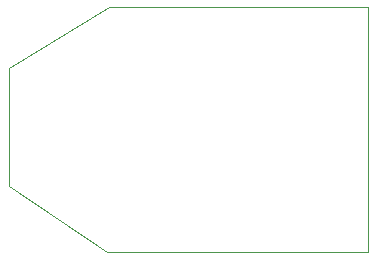
<source format=gbr>
%TF.GenerationSoftware,KiCad,Pcbnew,8.0.4*%
%TF.CreationDate,2024-08-06T21:58:01+07:00*%
%TF.ProjectId,cp2104-pd-source-v01,63703231-3034-42d7-9064-2d736f757263,rev?*%
%TF.SameCoordinates,Original*%
%TF.FileFunction,Profile,NP*%
%FSLAX46Y46*%
G04 Gerber Fmt 4.6, Leading zero omitted, Abs format (unit mm)*
G04 Created by KiCad (PCBNEW 8.0.4) date 2024-08-06 21:58:01*
%MOMM*%
%LPD*%
G01*
G04 APERTURE LIST*
%TA.AperFunction,Profile*%
%ADD10C,0.050000*%
%TD*%
G04 APERTURE END LIST*
D10*
X126532640Y-70571360D02*
X148590000Y-70571360D01*
X126532640Y-70571360D02*
X118224300Y-65018920D01*
X148590000Y-49824640D02*
X126669800Y-49824640D01*
X118224300Y-55054500D02*
X118224300Y-65018920D01*
X126669800Y-49824640D02*
X118224300Y-55054500D01*
X148590000Y-70571360D02*
X148590000Y-49824640D01*
M02*

</source>
